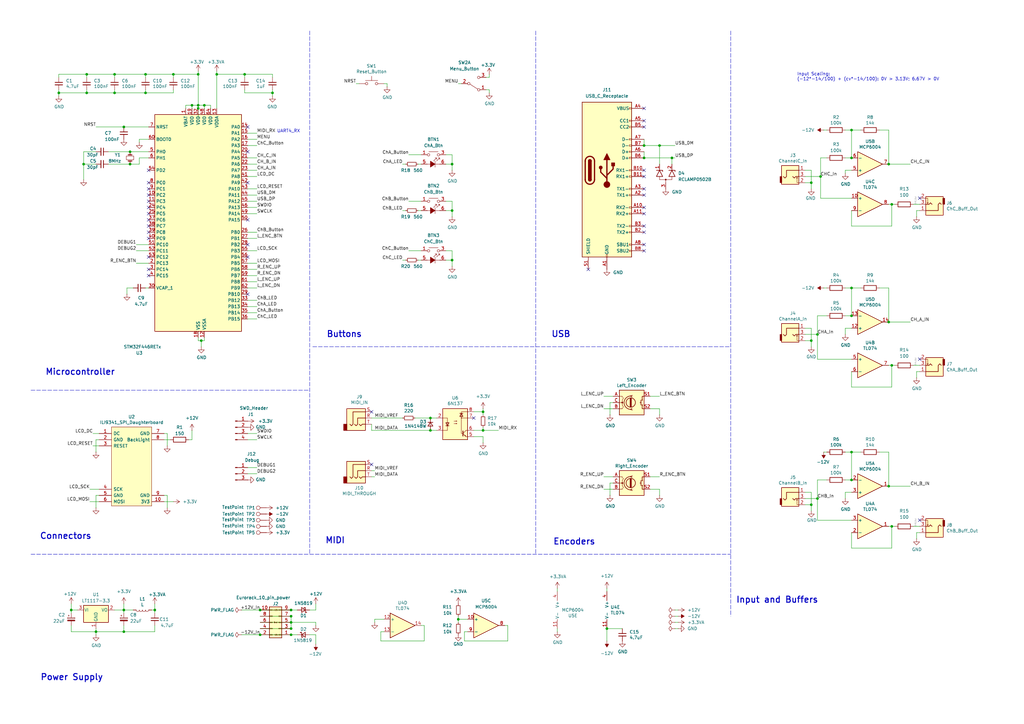
<source format=kicad_sch>
(kicad_sch (version 20231120) (generator "eeschema") (generator_version "8.0")
  (paper "A3")
  (title_block (title "Oscar") (date "2025-04-03") (company "Mountjoy Modular"))
  (junction (at 34.29 67.31))
  (junction (at 50.8 52.07))
  (junction (at 264.16 59.69))
  (junction (at 349.25 64.77))
  (junction (at 365.76 83.82))
  (junction (at 185.42 86.36))
  (junction (at 185.42 67.31))
  (junction (at 364.49 199.39))
  (junction (at 365.76 215.9))
  (junction (at 35.56 30.48))
  (junction (at 71.12 30.48))
  (junction (at 349.25 118.11))
  (junction (at 119.38 257.81))
  (junction (at 198.12 176.53))
  (junction (at 349.25 196.85))
  (junction (at 332.74 139.7))
  (junction (at 349.25 53.34))
  (junction (at 198.12 168.91))
  (junction (at 50.8 259.08))
  (junction (at 59.69 30.48))
  (junction (at 83.82 43.18))
  (junction (at 50.8 250.19))
  (junction (at 24.13 38.1))
  (junction (at 176.53 171.45))
  (junction (at 46.99 30.48))
  (junction (at 106.68 260.35))
  (junction (at 187.96 254))
  (junction (at 111.76 38.1))
  (junction (at 332.74 207.01))
  (junction (at 119.38 260.35))
  (junction (at 335.28 137.16))
  (junction (at 106.68 250.19))
  (junction (at 248.92 257.81))
  (junction (at 264.16 64.77))
  (junction (at 364.49 67.31))
  (junction (at 53.34 67.31))
  (junction (at 81.28 30.48))
  (junction (at 349.25 129.54))
  (junction (at 365.76 149.86))
  (junction (at 82.55 139.7))
  (junction (at 270.51 59.69))
  (junction (at 119.38 250.19))
  (junction (at 35.56 38.1))
  (junction (at 59.69 38.1))
  (junction (at 349.25 185.42))
  (junction (at 29.21 250.19))
  (junction (at 336.55 72.39))
  (junction (at 176.53 176.53))
  (junction (at 39.37 259.08))
  (junction (at 46.99 38.1))
  (junction (at 100.33 30.48))
  (junction (at 364.49 132.08))
  (junction (at 81.28 44.45))
  (junction (at 119.38 252.73))
  (junction (at 88.9 30.48))
  (junction (at 81.28 43.18))
  (junction (at 335.28 204.47))
  (junction (at 332.74 74.93))
  (junction (at 53.34 62.23))
  (junction (at 119.38 255.27))
  (junction (at 78.74 43.18))
  (junction (at 63.5 250.19))
  (junction (at 275.59 64.77))
  (junction (at 185.42 106.68))
  (no_connect (at 60.96 113.03))
  (no_connect (at 264.16 49.53))
  (no_connect (at 264.16 52.07))
  (no_connect (at 194.31 171.45))
  (no_connect (at 377.19 81.28))
  (no_connect (at 101.6 62.23))
  (no_connect (at 101.6 105.41))
  (no_connect (at 60.96 97.79))
  (no_connect (at 60.96 74.93))
  (no_connect (at 101.6 52.07))
  (no_connect (at 60.96 110.49))
  (no_connect (at 377.19 213.36))
  (no_connect (at 241.3 110.49))
  (no_connect (at 264.16 72.39))
  (no_connect (at 101.6 120.65))
  (no_connect (at 264.16 92.71))
  (no_connect (at 152.4 168.91))
  (no_connect (at 264.16 77.47))
  (no_connect (at 264.16 102.87))
  (no_connect (at 60.96 69.85))
  (no_connect (at 264.16 85.09))
  (no_connect (at 60.96 85.09))
  (no_connect (at 60.96 90.17))
  (no_connect (at 60.96 80.01))
  (no_connect (at 377.19 147.32))
  (no_connect (at 60.96 77.47))
  (no_connect (at 264.16 44.45))
  (no_connect (at 101.6 74.93))
  (no_connect (at 60.96 92.71))
  (no_connect (at 264.16 87.63))
  (no_connect (at 264.16 100.33))
  (no_connect (at 60.96 82.55))
  (no_connect (at 101.6 100.33))
  (no_connect (at 264.16 69.85))
  (no_connect (at 60.96 95.25))
  (no_connect (at 60.96 87.63))
  (no_connect (at 264.16 95.25))
  (no_connect (at 152.4 190.5))
  (no_connect (at 60.96 105.41))
  (no_connect (at 264.16 80.01))
  (no_connect (at 101.6 90.17))
  (wire (pts (xy 105.41 125.73) (xy 101.6 125.73)))
  (wire (pts (xy 60.96 64.77) (xy 57.15 64.77)))
  (wire (pts (xy 153.67 255.27) (xy 153.67 254)))
  (wire (pts (xy 101.6 57.15) (xy 105.41 57.15)))
  (wire (pts (xy 50.8 250.19) (xy 54.61 250.19)))
  (wire (pts (xy 250.19 198.12) (xy 251.46 198.12)))
  (wire (pts (xy 158.75 34.29) (xy 157.48 34.29)))
  (wire (pts (xy 365.76 149.86) (xy 367.03 149.86)))
  (wire (pts (xy 171.45 67.31) (xy 172.72 67.31)))
  (wire (pts (xy 377.19 86.36) (xy 375.92 86.36)))
  (wire (pts (xy 86.36 44.45) (xy 86.36 43.18)))
  (wire (pts (xy 50.8 250.19) (xy 50.8 251.46)))
  (wire (pts (xy 57.15 57.15) (xy 57.15 58.42)))
  (wire (pts (xy 106.68 252.73) (xy 119.38 252.73)))
  (wire (pts (xy 337.82 53.34) (xy 339.09 53.34)))
  (wire (pts (xy 332.74 201.93) (xy 332.74 207.01)))
  (wire (pts (xy 173.99 256.54) (xy 173.99 262.89)))
  (wire (pts (xy 24.13 30.48) (xy 24.13 31.75)))
  (wire (pts (xy 106.68 257.81) (xy 119.38 257.81)))
  (wire (pts (xy 101.6 69.85) (xy 105.41 69.85)))
  (wire (pts (xy 100.33 31.75) (xy 100.33 30.48)))
  (wire (pts (xy 78.74 43.18) (xy 78.74 44.45)))
  (wire (pts (xy 55.88 107.95) (xy 60.96 107.95)))
  (wire (pts (xy 182.88 67.31) (xy 185.42 67.31)))
  (wire (pts (xy 330.2 134.62) (xy 332.74 134.62)))
  (wire (pts (xy 365.76 83.82) (xy 367.03 83.82)))
  (wire (pts (xy 105.41 194.31) (xy 101.6 194.31)))
  (wire (pts (xy 99.06 260.35) (xy 106.68 260.35)))
  (wire (pts (xy 50.8 259.08) (xy 63.5 259.08)))
  (wire (pts (xy 185.42 67.31) (xy 185.42 69.85)))
  (wire (pts (xy 353.06 53.34) (xy 349.25 53.34)))
  (wire (pts (xy 248.92 241.3) (xy 248.92 242.57)))
  (wire (pts (xy 53.34 67.31) (xy 57.15 67.31)))
  (wire (pts (xy 264.16 64.77) (xy 275.59 64.77)))
  (wire (pts (xy 40.64 180.34) (xy 39.37 180.34)))
  (wire (pts (xy 82.55 142.24) (xy 82.55 139.7)))
  (wire (pts (xy 101.6 72.39) (xy 105.41 72.39)))
  (wire (pts (xy 62.23 250.19) (xy 63.5 250.19)))
  (wire (pts (xy 360.68 53.34) (xy 364.49 53.34)))
  (wire (pts (xy 78.74 176.53) (xy 78.74 180.34)))
  (wire (pts (xy 346.71 134.62) (xy 346.71 137.16)))
  (wire (pts (xy 119.38 255.27) (xy 119.38 257.81)))
  (wire (pts (xy 330.2 201.93) (xy 332.74 201.93)))
  (wire (pts (xy 55.88 102.87) (xy 60.96 102.87)))
  (wire (pts (xy 191.77 254) (xy 187.96 254)))
  (wire (pts (xy 152.4 171.45) (xy 165.1 171.45)))
  (wire (pts (xy 266.7 195.58) (xy 270.51 195.58)))
  (wire (pts (xy 276.86 257.81) (xy 278.13 257.81)))
  (polyline (pts (xy 299.72 12.7) (xy 299.72 252.73)) (stroke (width 0) (type dash)))
  (wire (pts (xy 375.92 218.44) (xy 375.92 220.98)))
  (wire (pts (xy 364.49 83.82) (xy 365.76 83.82)))
  (wire (pts (xy 250.19 165.1) (xy 251.46 165.1)))
  (wire (pts (xy 374.65 215.9) (xy 377.19 215.9)))
  (wire (pts (xy 153.67 195.58) (xy 152.4 195.58)))
  (wire (pts (xy 250.19 203.2) (xy 250.19 198.12)))
  (wire (pts (xy 29.21 250.19) (xy 29.21 251.46)))
  (wire (pts (xy 119.38 250.19) (xy 121.92 250.19)))
  (wire (pts (xy 46.99 36.83) (xy 46.99 38.1)))
  (wire (pts (xy 365.76 224.79) (xy 365.76 215.9)))
  (wire (pts (xy 81.28 138.43) (xy 81.28 139.7)))
  (wire (pts (xy 46.99 30.48) (xy 59.69 30.48)))
  (wire (pts (xy 255.27 257.81) (xy 248.92 257.81)))
  (polyline (pts (xy 128.27 142.24) (xy 299.72 142.24)) (stroke (width 0) (type dash)))
  (polyline (pts (xy 127 12.7) (xy 127 227.33)) (stroke (width 0) (type dash)))
  (wire (pts (xy 247.65 162.56) (xy 251.46 162.56)))
  (wire (pts (xy 200.66 36.83) (xy 200.66 38.1)))
  (wire (pts (xy 101.6 97.79) (xy 105.41 97.79)))
  (wire (pts (xy 100.33 36.83) (xy 100.33 38.1)))
  (polyline (pts (xy 12.7 160.02) (xy 127 160.02)) (stroke (width 0) (type dash)))
  (wire (pts (xy 35.56 38.1) (xy 46.99 38.1)))
  (wire (pts (xy 373.38 199.39) (xy 364.49 199.39)))
  (wire (pts (xy 373.38 67.31) (xy 364.49 67.31)))
  (wire (pts (xy 330.2 72.39) (xy 336.55 72.39)))
  (wire (pts (xy 374.65 83.82) (xy 377.19 83.82)))
  (wire (pts (xy 266.7 167.64) (xy 270.51 167.64)))
  (wire (pts (xy 111.76 38.1) (xy 100.33 38.1)))
  (wire (pts (xy 153.67 254) (xy 157.48 254)))
  (wire (pts (xy 182.88 86.36) (xy 185.42 86.36)))
  (wire (pts (xy 67.31 203.2) (xy 68.58 203.2)))
  (wire (pts (xy 194.31 179.07) (xy 198.12 179.07)))
  (wire (pts (xy 68.58 177.8) (xy 68.58 182.88)))
  (wire (pts (xy 63.5 256.54) (xy 63.5 259.08)))
  (wire (pts (xy 39.37 259.08) (xy 29.21 259.08)))
  (wire (pts (xy 68.58 203.2) (xy 68.58 208.28)))
  (wire (pts (xy 332.74 74.93) (xy 332.74 69.85)))
  (wire (pts (xy 360.68 185.42) (xy 364.49 185.42)))
  (wire (pts (xy 82.55 139.7) (xy 83.82 139.7)))
  (wire (pts (xy 182.88 82.55) (xy 185.42 82.55)))
  (wire (pts (xy 198.12 167.64) (xy 198.12 168.91)))
  (wire (pts (xy 190.5 259.08) (xy 191.77 259.08)))
  (wire (pts (xy 264.16 59.69) (xy 270.51 59.69)))
  (wire (pts (xy 63.5 250.19) (xy 63.5 251.46)))
  (wire (pts (xy 158.75 34.29) (xy 158.75 35.56)))
  (wire (pts (xy 349.25 86.36) (xy 349.25 92.71)))
  (wire (pts (xy 101.6 85.09) (xy 105.41 85.09)))
  (wire (pts (xy 105.41 115.57) (xy 101.6 115.57)))
  (wire (pts (xy 24.13 38.1) (xy 35.56 38.1)))
  (wire (pts (xy 60.96 57.15) (xy 57.15 57.15)))
  (wire (pts (xy 198.12 168.91) (xy 198.12 170.18)))
  (wire (pts (xy 349.25 158.75) (xy 365.76 158.75)))
  (wire (pts (xy 101.6 113.03) (xy 105.41 113.03)))
  (wire (pts (xy 228.6 257.81) (xy 228.6 259.08)))
  (wire (pts (xy 270.51 59.69) (xy 270.51 67.31)))
  (wire (pts (xy 129.54 260.35) (xy 129.54 264.16)))
  (wire (pts (xy 81.28 43.18) (xy 83.82 43.18)))
  (wire (pts (xy 101.6 67.31) (xy 105.41 67.31)))
  (wire (pts (xy 330.2 207.01) (xy 332.74 207.01)))
  (wire (pts (xy 335.28 196.85) (xy 339.09 196.85)))
  (wire (pts (xy 349.25 118.11) (xy 349.25 129.54)))
  (wire (pts (xy 264.16 62.23) (xy 264.16 64.77)))
  (wire (pts (xy 55.88 100.33) (xy 60.96 100.33)))
  (wire (pts (xy 34.29 62.23) (xy 39.37 62.23)))
  (wire (pts (xy 330.2 204.47) (xy 335.28 204.47)))
  (wire (pts (xy 349.25 152.4) (xy 349.25 158.75)))
  (wire (pts (xy 346.71 185.42) (xy 349.25 185.42)))
  (wire (pts (xy 365.76 215.9) (xy 367.03 215.9)))
  (wire (pts (xy 208.28 256.54) (xy 208.28 262.89)))
  (wire (pts (xy 346.71 129.54) (xy 349.25 129.54)))
  (wire (pts (xy 101.6 64.77) (xy 105.41 64.77)))
  (wire (pts (xy 39.37 52.07) (xy 50.8 52.07)))
  (wire (pts (xy 185.42 82.55) (xy 185.42 86.36)))
  (wire (pts (xy 349.25 134.62) (xy 346.71 134.62)))
  (wire (pts (xy 35.56 30.48) (xy 46.99 30.48)))
  (wire (pts (xy 52.07 118.11) (xy 54.61 118.11)))
  (wire (pts (xy 53.34 62.23) (xy 60.96 62.23)))
  (wire (pts (xy 194.31 176.53) (xy 198.12 176.53)))
  (wire (pts (xy 100.33 30.48) (xy 88.9 30.48)))
  (wire (pts (xy 275.59 64.77) (xy 276.86 64.77)))
  (wire (pts (xy 81.28 29.21) (xy 81.28 30.48)))
  (wire (pts (xy 349.25 53.34) (xy 349.25 64.77)))
  (wire (pts (xy 337.82 118.11) (xy 339.09 118.11)))
  (wire (pts (xy 44.45 67.31) (xy 53.34 67.31)))
  (wire (pts (xy 40.64 177.8) (xy 38.1 177.8)))
  (wire (pts (xy 39.37 259.08) (xy 50.8 259.08)))
  (wire (pts (xy 105.41 80.01) (xy 101.6 80.01)))
  (wire (pts (xy 171.45 86.36) (xy 172.72 86.36)))
  (wire (pts (xy 349.25 218.44) (xy 349.25 224.79)))
  (wire (pts (xy 185.42 106.68) (xy 185.42 109.22)))
  (wire (pts (xy 29.21 247.65) (xy 29.21 250.19)))
  (wire (pts (xy 83.82 43.18) (xy 86.36 43.18)))
  (wire (pts (xy 187.96 34.29) (xy 189.23 34.29)))
  (wire (pts (xy 364.49 149.86) (xy 365.76 149.86)))
  (wire (pts (xy 276.86 255.27) (xy 278.13 255.27)))
  (wire (pts (xy 198.12 176.53) (xy 204.47 176.53)))
  (wire (pts (xy 101.6 107.95) (xy 105.41 107.95)))
  (wire (pts (xy 111.76 30.48) (xy 100.33 30.48)))
  (wire (pts (xy 182.88 106.68) (xy 185.42 106.68)))
  (wire (pts (xy 76.2 44.45) (xy 76.2 43.18)))
  (wire (pts (xy 364.49 118.11) (xy 364.49 132.08)))
  (wire (pts (xy 167.64 82.55) (xy 172.72 82.55)))
  (wire (pts (xy 156.21 259.08) (xy 157.48 259.08)))
  (wire (pts (xy 346.71 201.93) (xy 346.71 204.47)))
  (wire (pts (xy 101.6 77.47) (xy 105.41 77.47)))
  (wire (pts (xy 250.19 170.18) (xy 250.19 165.1)))
  (wire (pts (xy 101.6 110.49) (xy 105.41 110.49)))
  (wire (pts (xy 105.41 123.19) (xy 101.6 123.19)))
  (wire (pts (xy 275.59 64.77) (xy 275.59 67.31)))
  (wire (pts (xy 330.2 69.85) (xy 332.74 69.85)))
  (wire (pts (xy 208.28 262.89) (xy 190.5 262.89)))
  (wire (pts (xy 24.13 30.48) (xy 35.56 30.48)))
  (wire (pts (xy 50.8 256.54) (xy 50.8 259.08)))
  (wire (pts (xy 336.55 81.28) (xy 349.25 81.28)))
  (wire (pts (xy 40.64 200.66) (xy 36.83 200.66)))
  (wire (pts (xy 101.6 87.63) (xy 105.41 87.63)))
  (wire (pts (xy 251.46 200.66) (xy 247.65 200.66)))
  (wire (pts (xy 198.12 175.26) (xy 198.12 176.53)))
  (wire (pts (xy 171.45 106.68) (xy 172.72 106.68)))
  (wire (pts (xy 185.42 86.36) (xy 185.42 88.9)))
  (wire (pts (xy 176.53 171.45) (xy 179.07 171.45)))
  (wire (pts (xy 81.28 43.18) (xy 81.28 30.48)))
  (wire (pts (xy 39.37 257.81) (xy 39.37 259.08)))
  (wire (pts (xy 176.53 176.53) (xy 179.07 176.53)))
  (wire (pts (xy 346.71 118.11) (xy 349.25 118.11)))
  (wire (pts (xy 332.74 74.93) (xy 332.74 77.47)))
  (wire (pts (xy 40.64 203.2) (xy 39.37 203.2)))
  (wire (pts (xy 81.28 48.26) (xy 81.28 44.45)))
  (wire (pts (xy 332.74 139.7) (xy 332.74 142.24)))
  (wire (pts (xy 335.28 137.16) (xy 335.28 147.32)))
  (wire (pts (xy 247.65 195.58) (xy 251.46 195.58)))
  (wire (pts (xy 166.37 106.68) (xy 165.1 106.68)))
  (wire (pts (xy 194.31 168.91) (xy 198.12 168.91)))
  (wire (pts (xy 374.65 149.86) (xy 377.19 149.86)))
  (wire (pts (xy 170.18 171.45) (xy 176.53 171.45)))
  (wire (pts (xy 39.37 260.35) (xy 39.37 259.08)))
  (wire (pts (xy 276.86 250.19) (xy 278.13 250.19)))
  (wire (pts (xy 346.71 196.85) (xy 349.25 196.85)))
  (polyline (pts (xy 12.7 227.33) (xy 299.72 227.33)) (stroke (width 0) (type dash)))
  (wire (pts (xy 52.07 120.65) (xy 52.07 118.11)))
  (wire (pts (xy 39.37 203.2) (xy 39.37 208.28)))
  (wire (pts (xy 248.92 257.81) (xy 248.92 262.89)))
  (wire (pts (xy 71.12 30.48) (xy 81.28 30.48)))
  (wire (pts (xy 185.42 63.5) (xy 185.42 67.31)))
  (wire (pts (xy 349.25 224.79) (xy 365.76 224.79)))
  (wire (pts (xy 190.5 262.89) (xy 190.5 259.08)))
  (wire (pts (xy 76.2 43.18) (xy 78.74 43.18)))
  (wire (pts (xy 81.28 44.45) (xy 81.28 43.18)))
  (wire (pts (xy 106.68 260.35) (xy 119.38 260.35)))
  (wire (pts (xy 336.55 72.39) (xy 336.55 81.28)))
  (wire (pts (xy 106.68 250.19) (xy 119.38 250.19)))
  (wire (pts (xy 377.19 218.44) (xy 375.92 218.44)))
  (wire (pts (xy 173.99 262.89) (xy 156.21 262.89)))
  (wire (pts (xy 71.12 31.75) (xy 71.12 30.48)))
  (wire (pts (xy 332.74 207.01) (xy 332.74 209.55)))
  (wire (pts (xy 46.99 31.75) (xy 46.99 30.48)))
  (wire (pts (xy 78.74 43.18) (xy 81.28 43.18)))
  (wire (pts (xy 251.46 167.64) (xy 247.65 167.64)))
  (wire (pts (xy 335.28 129.54) (xy 339.09 129.54)))
  (wire (pts (xy 156.21 262.89) (xy 156.21 259.08)))
  (wire (pts (xy 270.51 59.69) (xy 276.86 59.69)))
  (wire (pts (xy 153.67 193.04) (xy 152.4 193.04)))
  (wire (pts (xy 129.54 247.65) (xy 129.54 250.19)))
  (wire (pts (xy 377.19 152.4) (xy 375.92 152.4)))
  (wire (pts (xy 330.2 137.16) (xy 335.28 137.16)))
  (wire (pts (xy 105.41 102.87) (xy 101.6 102.87)))
  (wire (pts (xy 99.06 250.19) (xy 106.68 250.19)))
  (wire (pts (xy 152.4 176.53) (xy 176.53 176.53)))
  (wire (pts (xy 59.69 31.75) (xy 59.69 30.48)))
  (wire (pts (xy 353.06 118.11) (xy 349.25 118.11)))
  (wire (pts (xy 119.38 252.73) (xy 119.38 255.27)))
  (wire (pts (xy 83.82 138.43) (xy 83.82 139.7)))
  (wire (pts (xy 50.8 52.07) (xy 60.96 52.07)))
  (wire (pts (xy 349.25 69.85) (xy 346.71 69.85)))
  (wire (pts (xy 167.64 102.87) (xy 172.72 102.87)))
  (wire (pts (xy 44.45 62.23) (xy 53.34 62.23)))
  (wire (pts (xy 111.76 36.83) (xy 111.76 38.1)))
  (wire (pts (xy 228.6 241.3) (xy 228.6 242.57)))
  (wire (pts (xy 266.7 200.66) (xy 270.51 200.66)))
  (wire (pts (xy 78.74 180.34) (xy 77.47 180.34)))
  (wire (pts (xy 111.76 39.37) (xy 111.76 38.1)))
  (wire (pts (xy 200.66 30.48) (xy 200.66 31.75)))
  (wire (pts (xy 187.96 252.73) (xy 187.96 254)))
  (wire (pts (xy 88.9 29.21) (xy 88.9 30.48)))
  (wire (pts (xy 375.92 86.36) (xy 375.92 88.9)))
  (wire (pts (xy 71.12 38.1) (xy 71.12 36.83)))
  (wire (pts (xy 129.54 255.27) (xy 129.54 256.54)))
  (wire (pts (xy 198.12 179.07) (xy 198.12 181.61)))
  (wire (pts (xy 166.37 86.36) (xy 165.1 86.36)))
  (wire (pts (xy 346.71 69.85) (xy 346.71 71.12)))
  (wire (pts (xy 105.41 177.8) (xy 101.6 177.8)))
  (wire (pts (xy 335.28 213.36) (xy 349.25 213.36)))
  (wire (pts (xy 364.49 215.9) (xy 365.76 215.9)))
  (wire (pts (xy 360.68 118.11) (xy 364.49 118.11)))
  (wire (pts (xy 101.6 54.61) (xy 105.41 54.61)))
  (wire (pts (xy 346.71 53.34) (xy 349.25 53.34)))
  (wire (pts (xy 276.86 252.73) (xy 278.13 252.73)))
  (wire (pts (xy 101.6 59.69) (xy 105.41 59.69)))
  (wire (pts (xy 349.25 201.93) (xy 346.71 201.93)))
  (wire (pts (xy 375.92 152.4) (xy 375.92 154.94)))
  (wire (pts (xy 346.71 64.77) (xy 349.25 64.77)))
  (wire (pts (xy 35.56 31.75) (xy 35.56 30.48)))
  (wire (pts (xy 34.29 67.31) (xy 34.29 73.66)))
  (wire (pts (xy 146.05 34.29) (xy 147.32 34.29)))
  (wire (pts (xy 270.51 167.64) (xy 270.51 170.18)))
  (wire (pts (xy 119.38 260.35) (xy 121.92 260.35)))
  (wire (pts (xy 105.41 82.55) (xy 101.6 82.55)))
  (wire (pts (xy 364.49 53.34) (xy 364.49 67.31)))
  (wire (pts (xy 67.31 177.8) (xy 68.58 177.8)))
  (wire (pts (xy 29.21 256.54) (xy 29.21 259.08)))
  (wire (pts (xy 349.25 92.71) (xy 365.76 92.71)))
  (wire (pts (xy 182.88 102.87) (xy 185.42 102.87)))
  (wire (pts (xy 127 250.19) (xy 129.54 250.19)))
  (wire (pts (xy 270.51 200.66) (xy 270.51 203.2)))
  (wire (pts (xy 336.55 64.77) (xy 339.09 64.77)))
  (wire (pts (xy 71.12 205.74) (xy 67.31 205.74)))
  (wire (pts (xy 167.64 63.5) (xy 172.72 63.5)))
  (wire (pts (xy 105.41 191.77) (xy 101.6 191.77)))
  (wire (pts (xy 200.66 31.75) (xy 199.39 31.75)))
  (wire (pts (xy 365.76 92.71) (xy 365.76 83.82)))
  (wire (pts (xy 337.82 185.42) (xy 339.09 185.42)))
  (wire (pts (xy 200.66 36.83) (xy 199.39 36.83)))
  (wire (pts (xy 88.9 30.48) (xy 88.9 44.45)))
  (wire (pts (xy 105.41 128.27) (xy 101.6 128.27)))
  (wire (pts (xy 207.01 256.54) (xy 208.28 256.54)))
  (wire (pts (xy 172.72 256.54) (xy 173.99 256.54)))
  (wire (pts (xy 330.2 74.93) (xy 332.74 74.93)))
  (wire (pts (xy 166.37 67.31) (xy 165.1 67.31)))
  (wire (pts (xy 59.69 36.83) (xy 59.69 38.1)))
  (wire (pts (xy 63.5 247.65) (xy 63.5 250.19)))
  (wire (pts (xy 187.96 254) (xy 187.96 255.27)))
  (wire (pts (xy 105.41 180.34) (xy 101.6 180.34)))
  (wire (pts (xy 185.42 102.87) (xy 185.42 106.68)))
  (polyline (pts (xy 219.71 12.7) (xy 219.71 227.33)) (stroke (width 0) (type dash)))
  (wire (pts (xy 152.4 176.53) (xy 152.4 173.99)))
  (wire (pts (xy 105.41 130.81) (xy 101.6 130.81)))
  (wire (pts (xy 57.15 64.77) (xy 57.15 67.31)))
  (wire (pts (xy 35.56 36.83) (xy 35.56 38.1)))
  (wire (pts (xy 335.28 129.54) (xy 335.28 137.16)))
  (wire (pts (xy 335.28 196.85) (xy 335.28 204.47)))
  (wire (pts (xy 119.38 255.27) (xy 129.54 255.27)))
  (wire (pts (xy 330.2 139.7) (xy 332.74 139.7)))
  (wire (pts (xy 24.13 36.83) (xy 24.13 38.1)))
  (wire (pts (xy 264.16 57.15) (xy 264.16 59.69)))
  (wire (pts (xy 105.41 118.11) (xy 101.6 118.11)))
  (wire (pts (xy 50.8 247.65) (xy 50.8 250.19)))
  (wire (pts (xy 182.88 63.5) (xy 185.42 63.5)))
  (wire (pts (xy 353.06 185.42) (xy 349.25 185.42)))
  (wire (pts (xy 373.38 132.08) (xy 364.49 132.08)))
  (wire (pts (xy 365.76 158.75) (xy 365.76 149.86)))
  (wire (pts (xy 34.29 62.23) (xy 34.29 67.31)))
  (wire (pts (xy 335.28 147.32) (xy 349.25 147.32)))
  (wire (pts (xy 59.69 30.48) (xy 71.12 30.48)))
  (wire (pts (xy 336.55 64.77) (xy 336.55 72.39)))
  (wire (pts (xy 34.29 67.31) (xy 39.37 67.31)))
  (wire (pts (xy 59.69 118.11) (xy 60.96 118.11)))
  (wire (pts (xy 81.28 139.7) (xy 82.55 139.7)))
  (wire (pts (xy 46.99 38.1) (xy 59.69 38.1)))
  (wire (pts (xy 101.6 95.25) (xy 105.41 95.25)))
  (wire (pts (xy 46.99 250.19) (xy 50.8 250.19)))
  (wire (pts (xy 266.7 162.56) (xy 270.51 162.56)))
  (wire (pts (xy 335.28 204.47) (xy 335.28 213.36)))
  (wire (pts (xy 69.85 180.34) (xy 67.31 180.34)))
  (wire (pts (xy 40.64 182.88) (xy 38.1 182.88)))
  (wire (pts (xy 349.25 185.42) (xy 349.25 196.85)))
  (wire (pts (xy 111.76 30.48) (xy 111.76 31.75)))
  (wire (pts (xy 364.49 185.42) (xy 364.49 199.39)))
  (wire (pts (xy 83.82 44.45) (xy 83.82 43.18)))
  (wire (pts (xy 59.69 38.1) (xy 71.12 38.1)))
  (wire (pts (xy 127 260.35) (xy 129.54 260.35)))
  (wire (pts (xy 29.21 250.19) (xy 31.75 250.19)))
  (wire (pts (xy 24.13 39.37) (xy 24.13 38.1)))
  (wire (pts (xy 332.74 134.62) (xy 332.74 139.7)))
  (wire (pts (xy 39.37 180.34) (xy 39.37 185.42)))
  (wire (pts (xy 36.83 205.74) (xy 40.64 205.74)))
  (wire (pts (xy 119.38 255.27) (xy 106.68 255.27)))
  (text "MIDI" (at 133.35 221.742 0) (effects (font (size 2.5 2.5) (thickness 0.4) (bold yes)) (justify left)))
  (text "Buttons" (at 133.858 137.16 0) (effects (font (size 2.5 2.5) (thickness 0.4) (bold yes)) (justify left)))
  (text "Encoders" (at 226.822 222.25 0) (effects (font (size 2.5 2.5) (thickness 0.4) (bold yes)) (justify left)))
  (text "Microcontroller" (at 18.542 152.654 0) (effects (font (size 2.5 2.5) (thickness 0.4) (bold yes)) (justify left)))
  (text "Input Scaling:\n(-12*-14/100) + (cv*-14/100): 0V > 3.13V; 6.67V > 0V\n" (at 326.898 33.274 0) (effects (font (size 1.27 1.27)) (justify left bottom)))
  (text "UART4_RX" (at 118.364 53.848 0) (effects (font (size 1.27 1.27))))
  (text "Input and Buffers" (at 318.77 246.126 0) (effects (font (size 2.5 2.5) (thickness 0.4) (bold yes))))
  (text "Connectors" (at 16.256 219.964 0) (effects (font (size 2.5 2.5) (thickness 0.4) (bold yes)) (justify left)))
  (text "Power Supply" (at 16.51 277.876 0) (effects (font (size 2.5 2.5) (thickness 0.4) (bold yes)) (justify left)))
  (text "USB" (at 226.06 137.16 0) (effects (font (size 2.5 2.5) (thickness 0.4) (bold yes)) (justify left)))
  (label "MIDI_RX" (at 204.47 176.53 0))
  (label "L_ENC_DN" (at 247.65 167.64 180))
  (label "LCD_RESET" (at 105.41 77.47 0))
  (label "MIDI_RX" (at 105.41 54.61 0))
  (label "R_ENC_UP" (at 105.41 110.49 0))
  (label "CH_A_IN" (at 373.38 132.08 0))
  (label "R_ENC_DN" (at 105.41 113.03 0))
  (label "LCD_DC" (at 38.1 177.8 180))
  (label "L_ENC_DN" (at 105.41 118.11 0))
  (label "CH_B_IN" (at 105.41 67.31 0))
  (label "CH_A_IN" (at 105.41 69.85 0))
  (label "-12V_In" (at 106.68 260.35 180))
  (label "LCD_MOSI" (at 105.41 107.95 0))
  (label "CH_C_IN" (at 373.38 67.31 0))
  (label "ChA_LED" (at 165.1 67.31 180))
  (label "ChA_LED" (at 105.41 125.73 0))
  (label "MIDI_VREF" (at 153.67 171.45 0))
  (label "CHA_In" (at 335.28 137.16 0))
  (label "SWDIO" (at 105.41 85.09 0))
  (label "ChB_LED" (at 165.1 86.36 180))
  (label "USB_DP" (at 276.86 64.77 0))
  (label "CHA_Out" (at 375.92 149.86 90) (effects (font (size 0.5 0.5))))
  (label "LCD_MOSI" (at 36.83 205.74 180))
  (label "CHB_Out" (at 375.92 215.9 90) (effects (font (size 0.5 0.5))))
  (label "MIDI_VREF" (at 153.67 193.04 0))
  (label "L_ENC_BTN" (at 105.41 97.79 0))
  (label "R_ENC_DN" (at 247.65 200.66 180))
  (label "+12V_In" (at 106.68 250.19 180))
  (label "MIDI_DATA" (at 153.67 176.53 0))
  (label "CH_C_IN" (at 105.41 64.77 0))
  (label "ChB_Button" (at 105.41 95.25 0))
  (label "R_ENC_BTN" (at 55.88 107.95 180))
  (label "L_ENC_UP" (at 105.41 115.57 0))
  (label "ChC_Button" (at 167.64 102.87 180))
  (label "MIDI_DATA" (at 153.67 195.58 0))
  (label "CHC_In" (at 336.55 72.39 0))
  (label "LCD_RESET" (at 38.1 182.88 180))
  (label "USB_DM" (at 276.86 59.69 0))
  (label "ChC_LED" (at 105.41 130.81 0))
  (label "MENU" (at 187.96 34.29 180))
  (label "DEBUG2" (at 55.88 102.87 180))
  (label "LCD_SCK" (at 36.83 200.66 180))
  (label "NRST" (at 146.05 34.29 180))
  (label "R_ENC_UP" (at 247.65 195.58 180))
  (label "LCD_SCK" (at 105.41 102.87 0))
  (label "L_ENC_BTN" (at 270.51 162.56 0))
  (label "SWCLK" (at 105.41 180.34 0))
  (label "CH_B_IN" (at 373.38 199.39 0))
  (label "SWCLK" (at 105.41 87.63 0))
  (label "USB_DM" (at 105.41 80.01 0))
  (label "DEBUG1" (at 105.41 191.77 0))
  (label "USB_DP" (at 105.41 82.55 0))
  (label "ChC_Button" (at 105.41 59.69 0))
  (label "DEBUG2" (at 105.41 194.31 0))
  (label "NRST" (at 39.37 52.07 180))
  (label "ChB_Button" (at 167.64 82.55 180))
  (label "LCD_DC" (at 105.41 72.39 0))
  (label "L_ENC_UP" (at 247.65 162.56 180))
  (label "R_ENC_BTN" (at 270.51 195.58 0))
  (label "SWDIO" (at 105.41 177.8 0))
  (label "CHC_Out" (at 375.92 83.82 90) (effects (font (size 0.5 0.5))))
  (label "ChC_LED" (at 165.1 106.68 180))
  (label "ChA_Button" (at 167.64 63.5 180))
  (label "ChA_Button" (at 105.41 128.27 0))
  (label "ChB_LED" (at 105.41 123.19 0))
  (label "MENU" (at 105.41 57.15 0))
  (label "DEBUG1" (at 55.88 100.33 180))
  (label "CHB_In" (at 335.28 204.47 0))
  (symbol (lib_id "Device:C_Small") (at 57.15 118.11 270) (unit 1)
    (property "Reference" "C9" (at 57.912 122.174 90))
    (property "Value" "4.7uF" (at 57.912 124.714 90))
    (property "Footprint" "Capacitor_SMD:C_0805_2012Metric" (effects (hide yes)))
    (property "Description" "Unpolarized capacitor, small symbol" (effects (hide yes)))
  )
  (symbol (lib_id "power:GND") (at 57.15 58.42 0) (unit 1)
    (property "Reference" "#PWR010" (effects (hide yes)))
    (property "Value" "GND" (effects (hide yes)))
    (property "Description" "Power symbol creates a global label with name \"GND\" , ground" (effects (hide yes)))
  )
  (symbol (lib_id "Connector:Conn_01x04_Pin") (at 96.52 175.26 0) (unit 1)
    (property "Reference" "J1" (at 102.87 169.926 0))
    (property "Value" "SWD_Header" (at 104.14 167.386 0))
    (property "Footprint" "Custom_Footprints:SWD_header" (effects (hide yes)))
    (property "Description" "Generic connector, single row, 01x04, script generated" (effects (hide yes)))
  )
  (symbol (lib_id "power:GND") (at 101.6 175.26 90) (unit 1)
    (property "Reference" "#PWR020" (effects (hide yes)))
    (property "Value" "GND" (at 104.8512 175.133 90) (effects (justify right)))
    (property "Description" "Power symbol creates a global label with name \"GND\" , ground" (effects (hide yes)))
  )
  (symbol (lib_id "Device:Crystal_Small") (at 53.34 64.77 90) (unit 1)
    (property "Reference" "Y1" (at 46.99 63.5 90) (effects (justify right)))
    (property "Value" "8MHz" (at 44.45 66.04 90) (effects (justify right)))
    (property "Footprint" "Custom_Footprints:Crystal_SMD_5032-2Pin_5.0x3.2mm_Large_Pads" (effects (hide yes)))
    (property "Description" "Two pin crystal, small symbol" (effects (hide yes)))
  )
  (symbol (lib_id "Device:C_Small") (at 41.91 62.23 270) (unit 1)
    (property "Reference" "C4" (at 36.83 60.96 90) (effects (justify left)))
    (property "Value" "30pF" (at 35.56 63.5 90) (effects (justify left)))
    (property "Footprint" "Capacitor_SMD:C_0805_2012Metric" (effects (hide yes)))
    (property "Description" "Unpolarized capacitor, small symbol" (effects (hide yes)))
  )
  (symbol (lib_id "Device:C_Small") (at 41.91 67.31 270) (unit 1)
    (property "Reference" "C5" (at 36.83 66.04 90) (effects (justify left)))
    (property "Value" "30pF" (at 35.56 68.58 90) (effects (justify left)))
    (property "Footprint" "Capacitor_SMD:C_0805_2012Metric" (effects (hide yes)))
    (property "Description" "Unpolarized capacitor, small symbol" (effects (hide yes)))
  )
  (symbol (lib_id "power:GND") (at 34.29 73.66 0) (unit 1)
    (property "Reference" "#PWR03" (effects (hide yes)))
    (property "Value" "GND" (effects (hide yes)))
    (property "Description" "Power symbol creates a global label with name \"GND\" , ground" (effects (hide yes)))
  )
  (symbol (lib_id "power:GND") (at 52.07 120.65 0) (unit 1)
    (property "Reference" "#PWR09" (effects (hide yes)))
    (property "Value" "GND" (effects (hide yes)))
    (property "Description" "Power symbol creates a global label with name \"GND\" , ground" (effects (hide yes)))
  )
  (symbol (lib_id "Device:C_Small") (at 35.56 34.29 0) (unit 1)
    (property "Reference" "C3" (at 38.481 33.1216 0) (effects (justify left)))
    (property "Value" "100nF" (at 38.481 35.433 0) (effects (justify left)))
    (property "Footprint" "Capacitor_SMD:C_0805_2012Metric" (effects (hide yes)))
    (property "Description" "Unpolarized capacitor, small symbol" (effects (hide yes)))
  )
  (symbol (lib_id "Device:C_Small") (at 46.99 34.29 0) (unit 1)
    (property "Reference" "C6" (at 49.911 33.1216 0) (effects (justify left)))
    (property "Value" "100nF" (at 49.911 35.433 0) (effects (justify left)))
    (property "Footprint" "Capacitor_SMD:C_0805_2012Metric" (effects (hide yes)))
    (property "Description" "Unpolarized capacitor, small symbol" (effects (hide yes)))
  )
  (symbol (lib_id "Device:C_Small") (at 59.69 34.29 0) (unit 1)
    (property "Reference" "C10" (at 62.611 33.1216 0) (effects (justify left)))
    (property "Value" "100nF" (at 62.611 35.433 0) (effects (justify left)))
    (property "Footprint" "Capacitor_SMD:C_0805_2012Metric" (effects (hide yes)))
    (property "Description" "Unpolarized capacitor, small symbol" (effects (hide yes)))
  )
  (symbol (lib_id "Device:C_Small") (at 71.12 34.29 0) (unit 1)
    (property "Reference" "C12" (at 74.041 33.1216 0) (effects (justify left)))
    (property "Value" "100nF" (at 74.041 35.433 0) (effects (justify left)))
    (property "Footprint" "Capacitor_SMD:C_0805_2012Metric" (effects (hide yes)))
    (property "Description" "Unpolarized capacitor, small symbol" (effects (hide yes)))
  )
  (symbol (lib_id "power:PWR_FLAG") (at 276.86 257.81 90) (unit 1)
    (property "Reference" "#FLG06" (effects (hide yes)))
    (property "Value" "PWR_FLAG" (effects (hide yes)))
    (property "Description" "Special symbol for telling ERC where power comes from" (effects (hide yes)))
  )
  (symbol (lib_id "power:GND") (at 278.13 257.81 90) (unit 1)
    (property "Reference" "#PWR056" (effects (hide yes)))
    (property "Value" "GND" (at 281.94 257.8099 90) (effects (justify right)))
    (property "Description" "Power symbol creates a global label with name \"GND\" , ground" (effects (hide yes)))
  )
  (symbol (lib_id "Amplifier_Operational:MCP6004") (at 356.87 67.31 0) (mirror x) (unit 2)
    (property "Reference" "U5" (at 356.87 57.9882 0))
    (property "Value" "MCP6004" (at 356.87 60.2996 0))
    (property "Footprint" "Package_SO:SOIC-14_3.9x8.7mm_P1.27mm" (effects (hide yes)))
    (property "Datasheet" "http://ww1.microchip.com/downloads/en/DeviceDoc/21733j.pdf" (effects (hide yes)))
    (property "Description" "1MHz, Low-Power Op Amp, DIP-14/SOIC-14/TSSOP-14" (effects (hide yes)))
  )
  (symbol (lib_id "Device:R") (at 356.87 53.34 270) (unit 1)
    (property "Reference" "R8" (at 356.87 48.0822 90))
    (property "Value" "14k" (at 356.87 50.3936 90))
    (property "Footprint" "Resistor_SMD:R_0805_2012Metric" (effects (hide yes)))
    (property "Description" "Resistor" (effects (hide yes)))
  )
  (symbol (lib_id "Device:R") (at 342.9 53.34 270) (unit 1)
    (property "Reference" "R2" (at 342.9 48.0822 90))
    (property "Value" "100k" (at 342.9 50.3936 90))
    (property "Footprint" "Resistor_SMD:R_0805_2012Metric" (effects (hide yes)))
    (property "Description" "Resistor" (effects (hide yes)))
  )
  (symbol (lib_id "Device:R") (at 342.9 64.77 270) (unit 1)
    (property "Reference" "R3" (at 342.9 59.182 90))
    (property "Value" "100k" (at 342.9 61.722 90))
    (property "Footprint" "Resistor_SMD:R_0805_2012Metric" (effects (hide yes)))
    (property "Description" "Resistor" (effects (hide yes)))
  )
  (symbol (lib_id "power:GND") (at 346.71 71.12 0) (unit 1)
    (property "Reference" "#PWR038" (effects (hide yes)))
    (property "Value" "GND" (at 346.837 75.5142 0))
    (property "Description" "Power symbol creates a global label with name \"GND\" , ground" (effects (hide yes)))
  )
  (symbol (lib_id "Amplifier_Operational:MCP6004") (at 356.87 132.08 0) (mirror x) (unit 4)
    (property "Reference" "U5" (at 356.87 122.7582 0))
    (property "Value" "MCP6004" (at 356.87 125.0696 0))
    (property "Footprint" "Package_SO:SOIC-14_3.9x8.7mm_P1.27mm" (effects (hide yes)))
    (property "Datasheet" "http://ww1.microchip.com/downloads/en/DeviceDoc/21733j.pdf" (effects (hide yes)))
    (property "Description" "1MHz, Low-Power Op Amp, DIP-14/SOIC-14/TSSOP-14" (effects (hide yes)))
  )
  (symbol (lib_id "Device:R") (at 356.87 118.11 270) (unit 1)
    (property "Reference" "R9" (at 356.87 112.8522 90))
    (property "Value" "14k" (at 356.87 115.1636 90))
    (property "Footprint" "Resistor_SMD:R_0805_2012Metric" (effects (hide yes)))
    (property "Description" "Resistor" (effects (hide yes)))
  )
  (symbol (lib_id "Device:R") (at 342.9 118.11 270) (unit 1)
    (property "Reference" "R4" (at 342.9 112.8522 90))
    (property "Value" "100k" (at 342.9 115.1636 90))
    (property "Footprint" "Resistor_SMD:R_0805_2012Metric" (effects (hide yes)))
    (property "Description" "Resistor" (effects (hide yes)))
  )
  (symbol (lib_id "Device:R") (at 342.9 129.54 270) (unit 1)
    (property "Reference" "R5" (at 342.9 124.2822 90))
    (property "Value" "100k" (at 342.9 126.5936 90))
    (property "Footprint" "Resistor_SMD:R_0805_2012Metric" (effects (hide yes)))
    (property "Description" "Resistor" (effects (hide yes)))
  )
  (symbol (lib_id "power:GND") (at 346.71 137.16 0) (unit 1)
    (property "Reference" "#PWR039" (effects (hide yes)))
    (property "Value" "GND" (at 346.837 141.5542 0))
    (property "Description" "Power symbol creates a global label with name \"GND\" , ground" (effects (hide yes)))
  )
  (symbol (lib_id "Device:L") (at 58.42 250.19 270) (unit 1)
    (property "Reference" "L1" (at 58.42 245.6688 90))
    (property "Value" "L" (at 58.42 247.9802 90))
    (property "Footprint" "Resistor_SMD:R_0805_2012Metric" (effects (hide yes)))
    (property "Description" "Inductor" (effects (hide yes)))
  )
  (symbol (lib_id "power:+3.3VA") (at 63.5 247.65 0) (unit 1)
    (property "Reference" "#PWR011" (effects (hide yes)))
    (property "Value" "+3.3VA" (at 60.96 243.84 0) (effects (justify left)))
    (property "Description" "Power symbol creates a global label with name \"+3.3VA\"" (effects (hide yes)))
  )
  (symbol (lib_id "Amplifier_Operational:MCP6004") (at 356.87 199.39 0) (mirror x) (unit 1)
    (property "Reference" "U5" (at 356.87 190.0682 0))
    (property "Value" "MCP6004" (at 356.87 192.3796 0))
    (property "Footprint" "Package_SO:SOIC-14_3.9x8.7mm_P1.27mm" (effects (hide yes)))
    (property "Datasheet" "http://ww1.microchip.com/downloads/en/DeviceDoc/21733j.pdf" (effects (hide yes)))
    (property "Description" "1MHz, Low-Power Op Amp, DIP-14/SOIC-14/TSSOP-14" (effects (hide yes)))
  )
  (symbol (lib_id "Device:R") (at 356.87 185.42 270) (unit 1)
    (property "Reference" "R10" (at 356.87 180.1622 90))
    (property "Value" "14k" (at 356.87 182.4736 90))
    (property "Footprint" "Resistor_SMD:R_0805_2012Metric" (effects (hide yes)))
    (property "Description" "Resistor" (effects (hide yes)))
  )
  (symbol (lib_id "Device:R") (at 342.9 185.42 270) (unit 1)
    (property "Reference" "R6" (at 342.9 180.1622 90))
    (property "Value" "100k" (at 342.9 182.4736 90))
    (property "Footprint" "Resistor_SMD:R_0805_2012Metric" (effects (hide yes)))
    (property "Description" "Resistor" (effects (hide yes)))
  )
  (symbol (lib_id "Device:R") (at 342.9 196.85 270) (unit 1)
    (property "Reference" "R7" (at 342.9 191.5922 90))
    (property "Value" "100k" (at 342.9 193.9036 90))
    (property "Footprint" "Resistor_SMD:R_0805_2012Metric" (effects (hide yes)))
    (property "Description" "Resistor" (effects (hide yes)))
  )
  (symbol (lib_id "power:GND") (at 346.71 204.47 0) (unit 1)
    (property "Reference" "#PWR040" (effects (hide yes)))
    (property "Value" "GND" (at 346.837 208.8642 0))
    (property "Description" "Power symbol creates a global label with name \"GND\" , ground" (effects (hide yes)))
  )
  (symbol (lib_id "thonkiconn:AudioJack2_Ground_Switch") (at 325.12 137.16 0) (unit 1)
    (property "Reference" "J4" (at 325.2216 128.4732 0))
    (property "Value" "ChannelA_In" (at 325.2216 130.7846 0))
    (property "Footprint" "Custom_Footprints:THONKICONN_hole" (effects (hide yes)))
    (property "Description" "Audio Jack, 2 Poles (Mono / TS), Switched Pole (Normalling)" (effects (hide yes)))
  )
  (symbol (lib_id "power:GND") (at 332.74 77.47 0) (unit 1)
    (property "Reference" "#PWR032" (effects (hide yes)))
    (property "Value" "GND" (at 334.518 81.28 0) (effects (justify right)))
    (property "Description" "Power symbol creates a global label with name \"GND\" , ground" (effects (hide yes)))
  )
  (symbol (lib_id "Device:R") (at 370.84 83.82 270) (unit 1)
    (property "Reference" "R13" (at 370.84 77.47 90))
    (property "Value" "100" (at 370.84 80.01 90))
    (property "Footprint" "Resistor_SMD:R_0805_2012Metric" (effects (hide yes)))
    (property "Description" "Resistor" (effects (hide yes)))
  )
  (symbol (lib_id "power:+3.3VA") (at 228.6 241.3 0) (unit 1)
    (property "Reference" "#PWR046" (effects (hide yes)))
    (property "Value" "+3.3VA" (at 225.298 236.474 0) (effects (justify left)))
    (property "Description" "Power symbol creates a global label with name \"+3.3VA\"" (effects (hide yes)))
  )
  (symbol (lib_id "power:GND") (at 228.6 259.08 0) (unit 1)
    (property "Reference" "#PWR047" (effects (hide yes)))
    (property "Value" "GND" (at 228.727 263.4742 0))
    (property "Description" "Power symbol creates a global label with name \"GND\" , ground" (effects (hide yes)))
  )
  (symbol (lib_id "power:+3.3VA") (at 88.9 29.21 0) (unit 1)
    (property "Reference" "#PWR018" (effects (hide yes)))
    (property "Value" "+3.3VA" (at 85.09 25.4 0) (effects (justify left)))
    (property "Description" "Power symbol creates a global label with name \"+3.3VA\"" (effects (hide yes)))
  )
  (symbol (lib_id "thonkiconn:AudioJack2_Ground_Switch") (at 325.12 204.47 0) (unit 1)
    (property "Reference" "J5" (at 325.2216 195.7832 0))
    (property "Value" "ChannelB_In" (at 325.2216 198.0946 0))
    (property "Footprint" "Custom_Footprints:THONKICONN_hole" (effects (hide yes)))
    (property "Description" "Audio Jack, 2 Poles (Mono / TS), Switched Pole (Normalling)" (effects (hide yes)))
  )
  (symbol (lib_id "power:GND") (at 332.74 142.24 0) (unit 1)
    (property "Reference" "#PWR033" (effects (hide yes)))
    (property "Value" "GND" (at 332.74 146.304 0))
    (property "Description" "Power symbol creates a global label with name \"GND\" , ground" (effects (hide yes)))
  )
  (symbol (lib_id "thonkiconn:AudioJack2_Ground_Switch") (at 325.12 72.39 0) (unit 1)
    (property "Reference" "J3" (at 325.2216 63.7032 0))
    (property "Value" "ChannelC_In" (at 325.2216 66.0146 0))
    (property "Footprint" "Custom_Footprints:THONKICONN_hole" (effects (hide yes)))
    (property "Description" "Audio Jack, 2 Poles (Mono / TS), Switched Pole (Normalling)" (effects (hide yes)))
  )
  (symbol (lib_id "power:GND") (at 332.74 209.55 0) (unit 1)
    (property "Reference" "#PWR034" (effects (hide yes)))
    (property "Value" "GND" (at 332.994 213.36 0))
    (property "Description" "Power symbol creates a global label with name \"GND\" , ground" (effects (hide yes)))
  )
  (symbol (lib_id "power:PWR_FLAG") (at 276.86 255.27 90) (unit 1)
    (property "Reference" "#FLG05" (effects (hide yes)))
    (property "Value" "PWR_FLAG" (effects (hide yes)))
    (property "Description" "Special symbol for telling ERC where power comes from" (effects (hide yes)))
  )
  (symbol (lib_id "power:+3.3VA") (at 278.13 255.27 270) (unit 1)
    (property "Reference" "#PWR055" (effects (hide yes)))
    (property "Value" "+3.3VA" (at 281.94 255.2699 90) (effects (justify left)))
    (property "Description" "Power symbol creates a global label with name \"+3.3VA\"" (effects (hide yes)))
  )
  (symbol (lib_id "thonkiconn:AudioJack2_Ground_Switch") (at 382.27 149.86 180) (unit 1)
    (property "Reference" "J7" (at 388.1882 149.3266 0) (effects (justify right)))
    (property "Value" "ChA_Buff_Out" (at 388.1882 151.638 0) (effects (justify right)))
    (property "Footprint" "Custom_Footprints:THONKICONN_hole" (effects (hide yes)))
    (property "Description" "Audio Jack, 2 Poles (Mono / TS), Switched Pole (Normalling)" (effects (hide yes)))
  )
  (symbol (lib_id "power:GND") (at 375.92 88.9 0) (unit 1)
    (property "Reference" "#PWR043" (effects (hide yes)))
    (property "Value" "GND" (at 376.047 93.2942 0))
    (property "Description" "Power symbol creates a global label with name \"GND\" , ground" (effects (hide yes)))
  )
  (symbol (lib_id "Amplifier_Operational:TL074") (at 356.87 83.82 0) (unit 3)
    (property "Reference" "U4" (at 356.87 74.4982 0))
    (property "Value" "TL074" (at 356.87 76.8096 0))
    (property "Footprint" "Package_SO:SOIC-14_3.9x8.7mm_P1.27mm" (effects (hide yes)))
    (property "Datasheet" "http://www.ti.com/lit/ds/symlink/tl071.pdf" (effects (hide yes)))
    (property "Description" "Quad Low-Noise JFET-Input Operational Amplifiers, DIP-14/SOIC-14" (effects (hide yes)))
  )
  (symbol (lib_id "Amplifier_Operational:TL074") (at 356.87 149.86 0) (unit 2)
    (property "Reference" "U4" (at 356.87 140.5382 0))
    (property "Value" "TL074" (at 356.87 142.8496 0))
    (property "Footprint" "Package_SO:SOIC-14_3.9x8.7mm_P1.27mm" (effects (hide yes)))
    (property "Datasheet" "http://www.ti.com/lit/ds/symlink/tl071.pdf" (effects (hide yes)))
    (property "Description" "Quad Low-Noise JFET-Input Operational Amplifiers, DIP-14/SOIC-14" (effects (hide yes)))
  )
  (symbol (lib_id "Amplifier_Operational:TL074") (at 356.87 215.9 0) (unit 1)
    (property "Reference" "U4" (at 356.87 206.5782 0))
    (property "Value" "TL074" (at 356.87 208.8896 0))
    (property "Footprint" "Package_SO:SOIC-14_3.9x8.7mm_P1.27mm" (effects (hide yes)))
    (property "Datasheet" "http://www.ti.com/lit/ds/symlink/tl071.pdf" (effects (hide yes)))
    (property "Description" "Quad Low-Noise JFET-Input Operational Amplifiers, DIP-14/SOIC-14" (effects (hide yes)))
  )
  (symbol (lib_id "Amplifier_Operational:TL074") (at 165.1 256.54 0) (unit 4)
    (property "Reference" "U4" (at 165.1 247.2182 0))
    (property "Value" "TL074" (at 165.1 249.5296 0))
    (property "Footprint" "Package_SO:SOIC-14_3.9x8.7mm_P1.27mm" (effects (hide yes)))
    (property "Datasheet" "http://www.ti.com/lit/ds/symlink/tl071.pdf" (effects (hide yes)))
    (property "Description" "Quad Low-Noise JFET-Input Operational Amplifiers, DIP-14/SOIC-14" (effects (hide yes)))
  )
  (symbol (lib_id "power:GND") (at 153.67 255.27 0) (unit 1)
    (property "Reference" "#PWR031" (effects (hide yes)))
    (property "Value" "GND" (effects (hide yes)))
    (property "Description" "Power symbol creates a global label with name \"GND\" , ground" (effects (hide yes)))
  )
  (symbol (lib_id "Amplifier_Operational:TL074") (at 251.46 250.19 0) (unit 5)
    (property "Reference" "U4" (at 250.3932 249.0216 0) (effects (justify left)))
    (property "Value" "TL074" (at 250.3932 251.333 0) (effects (justify left)))
    (property "Footprint" "Package_SO:SOIC-14_3.9x8.7mm_P1.27mm" (effects (hide yes)))
    (property "Datasheet" "http://www.ti.com/lit/ds/symlink/tl071.pdf" (effects (hide yes)))
    (property "Description" "Quad Low-Noise JFET-Input Operational Amplifiers, DIP-14/SOIC-14" (effects (hide yes)))
  )
  (symbol (lib_id "MCU_ST_STM32F4:STM32F446RETx") (at 81.28 92.71 0) (unit 1)
    (property "Reference" "U3" (at 57.15 144.78 0))
    (property "Value" "STM32F446RETx" (at 58.42 142.24 0))
    (property "Footprint" "Package_QFP:LQFP-64_10x10mm_P0.5mm" (effects (hide yes)))
    (property "Datasheet" "https://www.st.com/resource/en/datasheet/stm32f446re.pdf" (effects (hide yes)))
    (property "Description" "STMicroelectronics Arm Cortex-M4 MCU, 512KB flash, 128KB RAM, 180 MHz, 1.8-3.6V, 50 GPIO, LQFP64" (effects (hide yes)))
  )
  (symbol (lib_id "Switch:SW_Push") (at 152.4 34.29 0) (unit 1)
    (property "Reference" "SW1" (at 152.4 27.051 0))
    (property "Value" "Reset_Button" (at 152.4 29.3624 0))
    (property "Footprint" "Custom_Footprints:SW_PUSH_6mm_aligned" (effects (hide yes)))
    (property "Description" "Push button switch, generic, two pins" (effects (hide yes)))
  )
  (symbol (lib_id "power:GND") (at 375.92 154.94 0) (unit 1)
    (property "Reference" "#PWR044" (effects (hide yes)))
    (property "Value" "GND" (at 376.047 159.3342 0))
    (property "Description" "Power symbol creates a global label with name \"GND\" , ground" (effects (hide yes)))
  )
  (symbol (lib_id "Device:R") (at 370.84 149.86 270) (unit 1)
    (property "Reference" "R14" (at 370.84 143.51 90))
    (property "Value" "100" (at 370.84 146.05 90))
    (property "Footprint" "Resistor_SMD:R_0805_2012Metric" (effects (hide yes)))
    (property "Description" "Resistor" (effects (hide yes)))
  )
  (symbol (lib_id "thonkiconn:AudioJack2_Ground_Switch") (at 382.27 215.9 180) (unit 1)
    (property "Reference" "J8" (at 388.1882 215.3666 0) (effects (justify right)))
    (property "Value" "ChB_Buff_Out" (at 388.1882 217.678 0) (effects (justify right)))
    (property "Footprint" "Custom_Footprints:THONKICONN_hole" (effects (hide yes)))
    (property "Description" "Audio Jack, 2 Poles (Mono / TS), Switched Pole (Normalling)" (effects (hide yes)))
  )
  (symbol (lib_id "power:GND") (at 250.19 203.2 0) (unit 1)
    (property "Reference" "#PWR052" (effects (hide yes)))
    (property "Value" "GND" (at 250.317 207.5942 0))
    (property "Description" "Power symbol creates a global label with name \"GND\" , ground" (effects (hide yes)))
  )
  (symbol (lib_id "power:GND") (at 270.51 203.2 0) (unit 1)
    (property "Reference" "#PWR060" (effects (hide yes)))
    (property "Value" "GND" (at 270.637 207.5942 0))
    (property "Description" "Power symbol creates a global label with name \"GND\" , ground" (effects (hide yes)))
  )
  (symbol (lib_id "power:GND") (at 250.19 170.18 0) (unit 1)
    (property "Reference" "#PWR051" (effects (hide yes)))
    (property "Value" "GND" (at 250.317 174.5742 0))
    (property "Description" "Power symbol creates a global label with name \"GND\" , ground" (effects (hide yes)))
  )
  (symbol (lib_id "power:GND") (at 270.51 170.18 0) (unit 1)
    (property "Reference" "#PWR059" (effects (hide yes)))
    (property "Value" "GND" (at 270.637 174.5742 0))
    (property "Description" "Power symbol creates a global label with name \"GND\" , ground" (effects (hide yes)))
  )
  (symbol (lib_id "power:+12V") (at 278.13 250.19 270) (unit 1)
    (property "Reference" "#PWR053" (effects (hide yes)))
    (property "Value" "+12V" (at 281.94 250.1899 90) (effects (justify left)))
    (property "Description" "Power symbol creates a global label with name \"+12V\"" (effects (hide yes)))
  )
  (symbol (lib_id "power:PWR_FLAG") (at 276.86 250.19 90) (unit 1)
    (property "Reference" "#FLG03" (effects (hide yes)))
    (property "Value" "PWR_FLAG" (effects (hide yes)))
    (property "Description" "Special symbol for telling ERC where power comes from" (effects (hide yes)))
  )
  (symbol (lib_id "power:GND") (at 375.92 220.98 0) (unit 1)
    (property "Reference" "#PWR045" (effects (hide yes)))
    (property "Value" "GND" (at 376.047 225.3742 0))
    (property "Description" "Power symbol creates a global label with name \"GND\" , ground" (effects (hide yes)))
  )
  (symbol (lib_id "Device:R") (at 370.84 215.9 270) (unit 1)
    (property "Reference" "R15" (at 370.84 209.55 90))
    (property "Value" "100" (at 370.84 212.09 90))
    (property "Footprint" "Resistor_SMD:R_0805_2012Metric" (effects (hide yes)))
    (property "Description" "Resistor" (effects (hide yes)))
  )
  (symbol (lib_id "thonkiconn:AudioJack2_Ground_Switch") (at 382.27 83.82 180) (unit 1)
    (property "Reference" "J6" (at 388.1882 83.2866 0) (effects (justify right)))
    (property "Value" "ChC_Buff_Out" (at 388.1882 85.598 0) (effects (justify right)))
    (property "Footprint" "Custom_Footprints:THONKICONN_hole" (effects (hide yes)))
    (property "Description" "Audio Jack, 2 Poles (Mono / TS), Switched Pole (Normalling)" (effects (hide yes)))
  )
  (symbol (lib_id "power:-12V") (at 278.13 252.73 270) (unit 1)
    (property "Reference" "#PWR054" (effects (hide yes)))
    (property "Value" "-12V" (at 281.94 252.7299 90) (effects (justify left)))
    (property "Description" "Power symbol creates a global label with name \"-12V\"" (effects (hide yes)))
  )
  (symbol (lib_id "power:PWR_FLAG") (at 276.86 252.73 90) (unit 1)
    (property "Reference" "#FLG04" (effects (hide yes)))
    (property "Value" "PWR_FLAG" (effects (hide yes)))
    (property "Description" "Special symbol for telling ERC where power comes from" (effects (hide yes)))
  )
  (symbol (lib_id "Device:C_Small") (at 63.5 254 0) (unit 1)
    (property "Reference" "C11" (at 67.31 254 0))
    (property "Value" "4.7uF" (at 68.58 256.54 0))
    (property "Footprint" "Capacitor_SMD:C_0805_2012Metric" (effects (hide yes)))
    (property "Description" "Unpolarized capacitor, small symbol" (effects (hide yes)))
  )
  (symbol (lib_id "power:GND") (at 39.37 260.35 0) (unit 1)
    (property "Reference" "#PWR06" (effects (hide yes)))
    (property "Value" "GND" (at 39.497 264.7442 0))
    (property "Description" "Power symbol creates a global label with name \"GND\" , ground" (effects (hide yes)))
  )
  (symbol (lib_id "Device:R") (at 73.66 180.34 270) (mirror x) (unit 1)
    (property "Reference" "R1" (at 73.66 175.26 90))
    (property "Value" "150" (at 73.66 177.8 90))
    (property "Footprint" "Resistor_SMD:R_0805_2012Metric" (effects (hide yes)))
    (property "Description" "Resistor" (effects (hide yes)))
  )
  (symbol (lib_id "power:GND") (at 158.75 35.56 0) (unit 1)
    (property "Reference" "#PWR057" (effects (hide yes)))
    (property "Value" "GND" (at 158.877 39.9542 0))
    (property "Description" "Power symbol creates a global label with name \"GND\" , ground" (effects (hide yes)))
  )
  (symbol (lib_id "power:GND") (at 68.58 182.88 0) (unit 1)
    (property "Reference" "#PWR012" (effects (hide yes)))
    (property "Value" "GND" (effects (hide yes)))
    (property "Description" "Power symbol creates a global label with name \"GND\" , ground" (effects (hide yes)))
  )
  (symbol (lib_id "power:GND") (at 68.58 208.28 0) (unit 1)
    (property "Reference" "#PWR013" (effects (hide yes)))
    (property "Value" "GND" (effects (hide yes)))
    (property "Description" "Power symbol creates a global label with name \"GND\" , ground" (effects (hide yes)))
  )
  (symbol (lib_id "ili9341_spi:ILI9341_SPI_Daughterboard_v2") (at 40.64 177.8 0) (unit 1)
    (property "Reference" "U2" (at 53.975 170.942 0))
    (property "Value" "ILI9341_SPI_Daughterboard" (at 53.975 173.2534 0))
    (property "Footprint" "Custom_Footprints:ILI9341_SPI_daughterboard_v2" (effects (hide yes)))
    (property "Datasheet" "http://pan.baidu.com/s/11Y990" (effects (hide yes)))
    (property "Description" "ILI9341 breakout" (effects (hide yes)))
  )
  (symbol (lib_id "Device:RotaryEncoder_Switch") (at 259.08 165.1 0) (unit 1)
    (property "Reference" "SW3" (at 259.08 155.7782 0))
    (property "Value" "Left_Encoder" (at 259.08 158.0896 0))
    (property "Footprint" "Custom_Footprints:Encoder" (effects (hide yes)))
    (property "Description" "Rotary encoder, dual channel, incremental quadrate outputs, with switch" (effects (hide yes)))
  )
  (symbol (lib_id "Device:RotaryEncoder_Switch") (at 259.08 198.12 0) (unit 1)
    (property "Reference" "SW4" (at 259.08 188.7982 0))
    (property "Value" "Right_Encoder" (at 259.08 191.1096 0))
    (property "Footprint" "Custom_Footprints:Encoder" (effects (hide yes)))
    (property "Description" "Rotary encoder, dual channel, incremental quadrate outputs, with switch" (effects (hide yes)))
  )
  (symbol (lib_id "power:+3.3V") (at 81.28 29.21 0) (unit 1)
    (property "Reference" "#PWR016" (effects (hide yes)))
    (property "Value" "+3.3V" (at 80.772 25.4 0))
    (property "Description" "Power symbol creates a global label with name \"+3.3V\"" (effects (hide yes)))
  )
  (symbol (lib_id "power:GND") (at 39.37 185.42 0) (mirror y) (unit 1)
    (property "Reference" "#PWR04" (effects (hide yes)))
    (property "Value" "GND" (effects (hide yes)))
    (property "Description" "Power symbol creates a global label with name \"GND\" , ground" (effects (hide yes)))
  )
  (symbol (lib_id "power:GND") (at 50.8 57.15 0) (unit 1)
    (property "Reference" "#PWR07" (effects (hide yes)))
    (property "Value" "GND" (effects (hide yes)))
    (property "Description" "Power symbol creates a global label with name \"GND\" , ground" (effects (hide yes)))
  )
  (symbol (lib_id "power:GND") (at 39.37 208.28 0) (mirror y) (unit 1)
    (property "Reference" "#PWR05" (effects (hide yes)))
    (property "Value" "GND" (effects (hide yes)))
    (property "Description" "Power symbol creates a global label with name \"GND\" , ground" (effects (hide yes)))
  )
  (symbol (lib_id "Connector:Conn_01x03_Pin") (at 96.52 194.31 0) (unit 1)
    (property "Reference" "J12" (at 103.124 186.182 0))
    (property "Value" "Debug" (at 103.378 188.722 0))
    (property "Footprint" "Connector_PinHeader_2.54mm:PinHeader_1x03_P2.54mm_Vertical" (effects (hide yes)))
    (property "Description" "Generic connector, single row, 01x03, script generated" (effects (hide yes)))
  )
  (symbol (lib_id "Amplifier_Operational:MCP6004") (at 226.06 250.19 0) (mirror y) (unit 5)
    (property "Reference" "U5" (at 234.95 252.5014 0))
    (property "Value" "MCP6004" (at 234.95 250.19 0))
    (property "Footprint" "Package_SO:SOIC-14_3.9x8.7mm_P1.27mm" (effects (hide yes)))
    (property "Datasheet" "http://ww1.microchip.com/downloads/en/DeviceDoc/21733j.pdf" (effects (hide yes)))
    (property "Description" "1MHz, Low-Power Op Amp, DIP-14/SOIC-14/TSSOP-14" (effects (hide yes)))
  )
  (symbol (lib_id "Device:D_Small") (at 176.53 173.99 270) (unit 1)
    (property "Reference" "D3" (at 172.212 172.974 90) (effects (justify left)))
    (property "Value" "1N4148W" (at 165.862 174.752 90) (effects (justify left)))
    (property "Footprint" "Diode_SMD:D_SOD-123" (effects (hide yes)))
    (property "Description" "Diode, small symbol" (effects (hide yes)))
    (property "Sim.Device" "D" (effects (hide yes)))
    (property "Sim.Pins" "1=K 2=A" (effects (hide yes)))
  )
  (symbol (lib_id "power:+3.3V") (at 71.12 205.74 270) (unit 1)
    (property "Reference" "#PWR014" (effects (hide yes)))
    (property "Value" "+3.3V" (at 74.93 205.7399 90) (effects (justify left)))
    (property "Description" "Power symbol creates a global label with name \"+3.3V\"" (effects (hide yes)))
  )
  (symbol (lib_id "power:+12V") (at 29.21 247.65 0) (unit 1)
    (property "Reference" "#PWR02" (effects (hide yes)))
    (property "Value" "+12V" (at 28.702 243.586 0))
    (property "Description" "Power symbol creates a global label with name \"+12V\"" (effects (hide yes)))
  )
  (symbol (lib_id "Device:R_Small") (at 187.96 250.19 180) (unit 1)
    (property "Reference" "R11" (at 185.42 248.9199 0) (effects (justify left)))
    (property "Value" "10k" (at 185.42 251.4599 0) (effects (justify left)))
    (property "Footprint" "Resistor_SMD:R_0805_2012Metric" (effects (hide yes)))
    (property "Description" "Resistor, small symbol" (effects (hide yes)))
    (property "Part_Number" "C23162" (effects (hide yes)))
  )
  (symbol (lib_id "Eurorack_Header:Eurorack_10_pin_power") (at 114.3 255.27 180) (unit 1)
    (property "Reference" "J2" (at 113.03 247.65 0))
    (property "Value" "Eurorack_10_pin_power" (at 107.95 245.11 0))
    (property "Footprint" "Custom_Footprints:Eurorack_10_pin_header" (effects (hide yes)))
  )
  (symbol (lib_id "power:GND") (at 109.22 215.9 90) (unit 1)
    (property "Reference" "#PWR024" (effects (hide yes)))
    (property "Value" "GND" (at 113.03 215.9 90) (effects (justify right)))
    (property "Description" "Power symbol creates a global label with name \"GND\" , ground" (effects (hide yes)))
  )
  (symbol (lib_id "Device:D_Schottky_Small") (at 124.46 260.35 0) (unit 1)
    (property "Reference" "D2" (at 124.46 258.064 0))
    (property "Value" "1N5819" (at 124.206 262.636 0))
    (property "Footprint" "Diode_SMD:D_SOD-123" (effects (hide yes)))
    (property "Description" "Schottky diode, small symbol" (effects (hide yes)))
  )
  (symbol (lib_id "power:GND") (at 129.54 256.54 0) (unit 1)
    (property "Reference" "#PWR029" (effects (hide yes)))
    (property "Value" "GND" (effects (hide yes)))
    (property "Description" "Power symbol creates a global label with name \"GND\" , ground" (effects (hide yes)))
  )
  (symbol (lib_id "power:+3.3V") (at 101.6 172.72 270) (unit 1)
    (property "Reference" "#PWR019" (effects (hide yes)))
    (property "Value" "+3.3V" (at 105.8898 172.7199 90) (effects (justify left)))
    (property "Description" "Power symbol creates a global label with name \"+3.3V\"" (effects (hide yes)))
  )
  (symbol (lib_id "power:-12V") (at 109.22 210.82 270) (unit 1)
    (property "Reference" "#PWR022" (effects (hide yes)))
    (property "Value" "-12V" (at 113.03 210.82 90) (effects (justify left)))
    (property "Description" "Power symbol creates a global label with name \"-12V\"" (effects (hide yes)))
  )
  (symbol (lib_id "power:GND") (at 200.66 38.1 0) (unit 1)
    (property "Reference" "#PWR058" (effects (hide yes)))
    (property "Value" "GND" (at 200.787 42.4942 0))
    (property "Description" "Power symbol creates a global label with name \"GND\" , ground" (effects (hide yes)))
  )
  (symbol (lib_id "Device:R_Small") (at 168.91 67.31 90) (unit 1)
    (property "Reference" "R18" (at 166.37 69.85 90))
    (property "Value" "560" (at 171.45 69.85 90))
    (property "Footprint" "Resistor_SMD:R_0805_2012Metric" (effects (hide yes)))
    (property "Part_Number" "C23162" (effects (hide yes)))
  )
  (symbol (lib_id "Device:D_Schottky_Small") (at 124.46 250.19 180) (unit 1)
    (property "Reference" "D1" (at 124.46 252.476 0))
    (property "Value" "1N5819" (at 124.46 247.396 0))
    (property "Footprint" "Diode_SMD:D_SOD-123" (effects (hide yes)))
    (property "Description" "Schottky diode, small symbol" (effects (hide yes)))
  )
  (symbol (lib_id "Power_Protection:RCLAMP0502B") (at 273.05 72.39 90) (unit 1)
    (property "Reference" "D4" (at 278.13 71.0564 90) (effects (justify right)))
    (property "Value" "RCLAMP0502B" (at 278.13 73.5964 90) (effects (justify right)))
    (property "Footprint" "Package_TO_SOT_SMD:SOT-416" (effects (hide yes)))
    (property "Datasheet" "https://www.semtech.com/products/circuit-protection/low-capacitance/rclamp0502b" (effects (hide yes)))
    (property "Description" "Low capacitance unidirectional dual ESD protection diode, SC-75" (effects (hide yes)))
  )
  (symbol (lib_id "power:PWR_FLAG") (at 99.06 260.35 90) (unit 1)
    (property "Reference" "#FLG02" (effects (hide yes)))
    (property "Value" "PWR_FLAG" (at 91.186 260.35 90))
    (property "Description" "Special symbol for telling ERC where power comes from" (effects (hide yes)))
  )
  (symbol (lib_id "thonkiconn:AudioJack3") (at 147.32 171.45 0) (unit 1)
    (property "Reference" "J9" (at 147.4216 162.7632 0))
    (property "Value" "MIDI_IN" (at 147.4216 165.0746 0))
    (property "Footprint" "Custom_Footprints:Thonkiconn_Stereo-PJ366ST" (effects (hide yes)))
  )
  (symbol (lib_id "power:-12V") (at 337.82 185.42 180) (unit 1)
    (property "Reference" "#PWR037" (effects (hide yes)))
    (property "Value" "-12V" (at 337.566 189.484 0))
    (property "Description" "Power symbol creates a global label with name \"-12V\"" (effects (hide yes)))
  )
  (symbol (lib_id "power:-12V") (at 337.82 118.11 90) (unit 1)
    (property "Reference" "#PWR036" (effects (hide yes)))
    (property "Value" "-12V" (at 334.01 118.1099 90) (effects (justify left)))
    (property "Description" "Power symbol creates a global label with name \"-12V\"" (effects (hide yes)))
  )
  (symbol (lib_id "power:+3.3V") (at 200.66 30.48 0) (unit 1)
    (property "Reference" "#PWR068" (effects (hide yes)))
    (property "Value" "+3.3V" (at 200.152 26.67 0))
    (property "Description" "Power symbol creates a global label with name \"+3.3V\"" (effects (hide yes)))
  )
  (symbol (lib_id "power:GND") (at 187.96 260.35 0) (unit 1)
    (property "Reference" "#PWR042" (effects (hide yes)))
    (property "Value" "GND" (at 187.96 264.16 0))
    (property "Description" "Power symbol creates a global label with name \"GND\" , ground" (effects (hide yes)))
  )
  (symbol (lib_id "Device:R_Small") (at 168.91 86.36 90) (unit 1)
    (property "Reference" "R19" (at 166.37 88.9 90))
    (property "Value" "560" (at 171.45 88.9 90))
    (property "Footprint" "Resistor_SMD:R_0805_2012Metric" (effects (hide yes)))
    (property "Part_Number" "C23162" (effects (hide yes)))
  )
  (symbol (lib_id "Connector:USB_C_Receptacle") (at 248.92 69.85 0) (unit 1)
    (property "Reference" "J11" (at 248.92 36.83 0))
    (property "Value" "USB_C_Receptacle" (at 248.92 39.37 0))
    (property "Footprint" "Custom_Footprints:USB_C_Receptacle_Amphenol_12401951E412A" (effects (hide yes)))
    (property "Datasheet" "https://www.usb.org/sites/default/files/documents/usb_type-c.zip" (effects (hide yes)))
    (property "Description" "USB Full-Featured Type-C Receptacle connector" (effects (hide yes)))
  )
  (symbol (lib_id "power:GND") (at 101.6 196.85 90) (unit 1)
    (property "Reference" "#PWR026" (effects (hide yes)))
    (property "Value" "GND" (at 104.8512 196.723 90) (effects (justify right)))
    (property "Description" "Power symbol creates a global label with name \"GND\" , ground" (effects (hide yes)))
  )
  (symbol (lib_id "Device:R_Small") (at 167.64 171.45 270) (unit 1)
    (property "Reference" "R16" (at 167.64 166.1922 90))
    (property "Value" "220" (at 167.64 168.5036 90))
    (property "Footprint" "Resistor_SMD:R_0805_2012Metric" (effects (hide yes)))
    (property "Description" "Resistor, small symbol" (effects (hide yes)))
  )
  (symbol (lib_id "Device:R_Small") (at 198.12 172.72 0) (unit 1)
    (property "Reference" "R17" (at 199.898 171.5516 0) (effects (justify left)))
    (property "Value" "10k" (at 199.898 173.863 0) (effects (justify left)))
    (property "Footprint" "Resistor_SMD:R_0805_2012Metric" (effects (hide yes)))
    (property "Description" "Resistor, small symbol" (effects (hide yes)))
  )
  (symbol (lib_id "power:GND") (at 248.92 110.49 0) (unit 1)
    (property "Reference" "#PWR063" (effects (hide yes)))
    (property "Value" "GND" (at 251.46 111.7599 0) (effects (justify left)))
    (property "Description" "Power symbol creates a global label with name \"GND\" , ground" (effects (hide yes)))
  )
  (symbol (lib_id "power:GND") (at 109.22 213.36 90) (unit 1)
    (property "Reference" "#PWR023" (effects (hide yes)))
    (property "Value" "GND" (at 113.03 213.36 90) (effects (justify right)))
    (property "Description" "Power symbol creates a global label with name \"GND\" , ground" (effects (hide yes)))
  )
  (symbol (lib_id "Connector:TestPoint") (at 109.22 213.36 90) (unit 1) (in_bom no)
    (property "Reference" "TP3" (at 102.87 213.36 90))
    (property "Value" "TestPoint" (at 95.504 213.106 90))
    (property "Footprint" "Custom_Footprints:1.3mm_Test_Point" (effects (hide yes)))
    (property "Description" "test point" (effects (hide yes)))
  )
  (symbol (lib_id "Connector:TestPoint") (at 109.22 218.44 90) (unit 1) (in_bom no)
    (property "Reference" "TP5" (at 104.648 218.44 90) (effects (justify left)))
    (property "Value" "TestPoint" (at 100.076 218.44 90) (effects (justify left)))
    (property "Footprint" "Custom_Footprints:1.3mm_Test_Point" (effects (hide yes)))
    (property "Description" "test point" (effects (hide yes)))
  )
  (symbol (lib_id "power:GND") (at 24.13 39.37 0) (unit 1)
    (property "Reference" "#PWR01" (effects (hide yes)))
    (property "Value" "GND" (at 24.257 43.7642 0))
    (property "Description" "Power symbol creates a global label with name \"GND\" , ground" (effects (hide yes)))
  )
  (symbol (lib_id "6N137:6N137") (at 186.69 173.99 0) (unit 1)
    (property "Reference" "U6" (at 186.69 163.195 0))
    (property "Value" "6N137" (at 186.69 165.5064 0))
    (property "Footprint" "Package_DIP:DIP-8_W8.89mm_SMDSocket_LongPads" (effects (hide yes)))
    (property "Datasheet" "https://docs-emea.rs-online.com/webdocs/12cf/0900766b812cfb5f.pdf" (effects (hide yes)))
  )
  (symbol (lib_id "power:-12V") (at 337.82 53.34 90) (unit 1)
    (property "Reference" "#PWR035" (effects (hide yes)))
    (property "Value" "-12V" (at 334.01 53.3399 90) (effects (justify left)))
    (property "Description" "Power symbol creates a global label with name \"-12V\"" (effects (hide yes)))
  )
  (symbol (lib_id "Low-Profile Push Button:Low-Profile_Push_Button") (at 194.31 34.29 0) (mirror x) (unit 1)
    (property "Reference" "SW2" (at 190.5 25.654 0))
    (property "Value" "Menu_Button" (at 190.5 28.194 0))
    (property "Footprint" "Custom_Footprints:Low-Profile_Push_Button" (effects (hide yes)))
    (property "Description" "Switch, single pole double throw" (effects (hide yes)))
  )
  (symbol (lib_id "power:GND") (at 198.12 181.61 0) (unit 1)
    (property "Reference" "#PWR062" (effects (hide yes)))
    (property "Value" "GND" (at 198.247 186.0042 0))
    (property "Description" "Power symbol creates a global label with name \"GND\" , ground" (effects (hide yes)))
  )
  (symbol (lib_id "Device:C_Polarized_Small") (at 50.8 254 0) (unit 1)
    (property "Reference" "C8" (at 53.34 252.1838 0) (effects (justify left)))
    (property "Value" "22uF" (at 53.34 254.7238 0) (effects (justify left)))
    (property "Footprint" "Capacitor_SMD:CP_Elec_4x5.8" (effects (hide yes)))
    (property "Description" "Polarized capacitor, small symbol" (effects (hide yes)))
  )
  (symbol (lib_id "LED_Button_KS01-BLV:KS01-BLV") (at 177.8 85.09 0) (unit 1)
    (property "Reference" "BTN2" (at 177.8 76.2 0))
    (property "Value" "ChB_Btn" (at 177.8 78.74 0))
    (property "Footprint" "Custom_Footprints:Low_Profile_LED_Button" (effects (hide yes)))
  )
  (symbol (lib_id "power:GND") (at 111.76 39.37 0) (mirror y) (unit 1)
    (property "Reference" "#PWR027" (effects (hide yes)))
    (property "Value" "GND" (at 111.633 43.7642 0))
    (property "Description" "Power symbol creates a global label with name \"GND\" , ground" (effects (hide yes)))
  )
  (symbol (lib_id "thonkiconn:AudioJack3") (at 147.32 193.04 0) (unit 1)
    (property "Reference" "J10" (at 147.32 200.1266 0))
    (property "Value" "MIDI_THROUGH" (at 147.32 202.438 0))
    (property "Footprint" "Custom_Footprints:Thonkiconn_Stereo-PJ366ST" (effects (hide yes)))
  )
  (symbol (lib_id "Amplifier_Operational:MCP6004") (at 199.39 256.54 0) (unit 3)
    (property "Reference" "U5" (at 199.39 246.38 0))
    (property "Value" "MCP6004" (at 199.39 248.92 0))
    (property "Footprint" "Package_SO:SOIC-14_3.9x8.7mm_P1.27mm" (effects (hide yes)))
    (property "Datasheet" "http://ww1.microchip.com/downloads/en/DeviceDoc/21733j.pdf" (effects (hide yes)))
    (property "Description" "1MHz, Low-Power Op Amp, DIP-14/SOIC-14/TSSOP-14" (effects (hide yes)))
  )
  (symbol (lib_id "Device:R_Small") (at 187.96 257.81 180) (unit 1)
    (property "Reference" "R12" (at 185.42 256.5399 0) (effects (justify left)))
    (property "Value" "10k" (at 185.42 259.0799 0) (effects (justify left)))
    (property "Footprint" "Resistor_SMD:R_0805_2012Metric" (effects (hide yes)))
    (property "Description" "Resistor, small symbol" (effects (hide yes)))
    (property "Part_Number" "C23162" (effects (hide yes)))
  )
  (symbol (lib_id "power:+3.3V") (at 198.12 167.64 0) (unit 1)
    (property "Reference" "#PWR061" (effects (hide yes)))
    (property "Value" "+3.3V" (at 198.12 162.56 0))
    (property "Description" "Power symbol creates a global label with name \"+3.3V\"" (effects (hide yes)))
  )
  (symbol (lib_id "Device:C_Polarized_Small") (at 29.21 254 0) (unit 1)
    (property "Reference" "C2" (at 26.67 252.1838 0) (effects (justify right)))
    (property "Value" "22uF" (at 26.67 254.7238 0) (effects (justify right)))
    (property "Footprint" "Capacitor_SMD:CP_Elec_4x5.8" (effects (hide yes)))
    (property "Description" "Polarized capacitor, small symbol" (effects (hide yes)))
  )
  (symbol (lib_id "Connector:TestPoint") (at 109.22 215.9 90) (unit 1) (in_bom no)
    (property "Reference" "TP4" (at 102.87 215.9 90))
    (property "Value" "TestPoint" (at 95.504 215.646 90))
    (property "Footprint" "Custom_Footprints:1.3mm_Test_Point" (effects (hide yes)))
    (property "Description" "test point" (effects (hide yes)))
  )
  (symbol (lib_id "Device:C_Small") (at 255.27 260.35 0) (unit 1)
    (property "Reference" "C15" (at 258.191 259.1816 0) (effects (justify left)))
    (property "Value" "4.7uF" (at 258.191 261.493 0) (effects (justify left)))
    (property "Footprint" "Capacitor_SMD:C_0805_2012Metric" (effects (hide yes)))
    (property "Description" "Unpolarized capacitor, small symbol" (effects (hide yes)))
  )
  (symbol (lib_id "power:GND") (at 273.05 77.47 0) (unit 1)
    (property "Reference" "#PWR067" (effects (hide yes)))
    (property "Value" "GND" (at 275.59 78.7399 0) (effects (justify left)))
    (property "Description" "Power symbol creates a global label with name \"GND\" , ground" (effects (hide yes)))
  )
  (symbol (lib_id "Device:C_Small") (at 100.33 34.29 0) (mirror y) (unit 1)
    (property "Reference" "C13" (at 97.409 33.1216 0) (effects (justify left)))
    (property "Value" "100nF" (at 97.409 35.433 0) (effects (justify left)))
    (property "Footprint" "Capacitor_SMD:C_0805_2012Metric" (effects (hide yes)))
    (property "Description" "Unpolarized capacitor, small symbol" (effects (hide yes)))
  )
  (symbol (lib_id "power:GND") (at 82.55 142.24 0) (unit 1)
    (property "Reference" "#PWR017" (effects (hide yes)))
    (property "Value" "GND" (at 82.677 146.6342 0))
    (property "Description" "Power symbol creates a global label with name \"GND\" , ground" (effects (hide yes)))
  )
  (symbol (lib_id "Device:C_Small") (at 111.76 34.29 0) (mirror y) (unit 1)
    (property "Reference" "C14" (at 108.839 33.1216 0) (effects (justify left)))
    (property "Value" "1uF" (at 108.839 35.433 0) (effects (justify left)))
    (property "Footprint" "Capacitor_SMD:C_0805_2012Metric" (effects (hide yes)))
    (property "Description" "Unpolarized capacitor, small symbol" (effects (hide yes)))
  )
  (symbol (lib_id "power:+12V") (at 109.22 208.28 270) (unit 1)
    (property "Reference" "#PWR021" (effects (hide yes)))
    (property "Value" "+12V" (at 113.03 208.28 90) (effects (justify left)))
    (property "Description" "Power symbol creates a global label with name \"+12V\"" (effects (hide yes)))
  )
  (symbol (lib_id "Device:R_Small") (at 168.91 106.68 90) (unit 1)
    (property "Reference" "R20" (at 166.37 109.22 90))
    (property "Value" "560" (at 171.45 109.22 90))
    (property "Footprint" "Resistor_SMD:R_0805_2012Metric" (effects (hide yes)))
    (property "Part_Number" "C23162" (effects (hide yes)))
  )
  (symbol (lib_id "LED_Button_KS01-BLV:KS01-BLV") (at 177.8 66.04 0) (unit 1)
    (property "Reference" "BTN1" (at 177.8 57.15 0))
    (property "Value" "ChA_Btn" (at 177.8 59.69 0))
    (property "Footprint" "Custom_Footprints:Low_Profile_LED_Button" (effects (hide yes)))
  )
  (symbol (lib_id "power:+12V") (at 78.74 176.53 0) (mirror y) (unit 1)
    (property "Reference" "#PWR015" (effects (hide yes)))
    (property "Value" "+12V" (at 78.74 171.45 0))
    (property "Description" "Power symbol creates a global label with name \"+12V\"" (effects (hide yes)))
  )
  (symbol (lib_id "power:-12V") (at 129.54 264.16 180) (unit 1)
    (property "Reference" "#PWR030" (effects (hide yes)))
    (property "Value" "-12V" (at 129.286 268.224 0))
    (property "Description" "Power symbol creates a global label with name \"-12V\"" (effects (hide yes)))
  )
  (symbol (lib_id "Device:C_Small") (at 50.8 54.61 0) (unit 1)
    (property "Reference" "C7" (at 42.926 54.61 0) (effects (justify left)))
    (property "Value" "100nF" (at 42.926 57.15 0) (effects (justify left)))
    (property "Footprint" "Capacitor_SMD:C_0805_2012Metric" (effects (hide yes)))
    (property "Description" "Unpolarized capacitor, small symbol" (effects (hide yes)))
  )
  (symbol (lib_id "power:GND") (at 185.42 88.9 0) (unit 1)
    (property "Reference" "#PWR065" (effects (hide yes)))
    (property "Value" "GND" (at 185.547 93.2942 0))
  )
  (symbol (lib_id "Connector:TestPoint") (at 109.22 208.28 90) (unit 1) (in_bom no)
    (property "Reference" "TP1" (at 102.87 208.28 90))
    (property "Value" "TestPoint" (at 95.504 208.026 90))
    (property "Footprint" "Custom_Footprints:1.3mm_Test_Point" (effects (hide yes)))
    (property "Description" "test point" (effects (hide yes)))
  )
  (symbol (lib_id "power:GND") (at 185.42 109.22 0) (unit 1)
    (property "Reference" "#PWR066" (effects (hide yes)))
    (property "Value" "GND" (at 185.547 113.6142 0))
  )
  (symbol (lib_id "power:GND") (at 185.42 69.85 0) (unit 1)
    (property "Reference" "#PWR064" (effects (hide yes)))
    (property "Value" "GND" (at 185.547 74.2442 0))
  )
  (symbol (lib_id "power:+3.3V") (at 109.22 218.44 270) (unit 1)
    (property "Reference" "#PWR025" (effects (hide yes)))
    (property "Value" "+3.3V" (at 113.03 218.4399 90) (effects (justify left)))
    (property "Description" "Power symbol creates a global label with name \"+3.3V\"" (effects (hide yes)))
  )
  (symbol (lib_id "Regulator_Linear:LT1117-3.3") (at 39.37 250.19 0) (unit 1)
    (property "Reference" "U1" (at 39.37 243.84 0))
    (property "Value" "LT1117-3.3" (at 39.37 246.38 0))
    (property "Footprint" "Package_TO_SOT_SMD:SOT-223-3_TabPin2" (effects (hide yes)))
    (property "Datasheet" "https://www.analog.com/media/en/technical-documentation/data-sheets/1117fd.pdf" (effects (hide yes)))
    (property "Description" "800mA Low-Dropout Linear Regulator, 3.3V fixed output, SOT-223/TO-263" (effects (hide yes)))
  )
  (symbol (lib_id "Connector:TestPoint") (at 109.22 210.82 90) (unit 1) (in_bom no)
    (property "Reference" "TP2" (at 104.648 210.82 90) (effects (justify left)))
    (property "Value" "TestPoint" (at 100.076 210.82 90) (effects (justify left)))
    (property "Footprint" "Custom_Footprints:1.3mm_Test_Point" (effects (hide yes)))
    (property "Description" "test point" (effects (hide yes)))
  )
  (symbol (lib_id "power:PWR_FLAG") (at 99.06 250.19 90) (unit 1)
    (property "Reference" "#FLG01" (effects (hide yes)))
    (property "Value" "PWR_FLAG" (at 91.186 250.19 90))
    (property "Description" "Special symbol for telling ERC where power comes from" (effects (hide yes)))
  )
  (symbol (lib_id "power:+12V") (at 129.54 247.65 0) (unit 1)
    (property "Reference" "#PWR028" (effects (hide yes)))
    (property "Value" "+12V" (at 129.54 243.586 0))
    (property "Description" "Power symbol creates a global label with name \"+12V\"" (effects (hide yes)))
  )
  (symbol (lib_id "power:+3.3VA") (at 187.96 247.65 0) (unit 1)
    (property "Reference" "#PWR041" (effects (hide yes)))
    (property "Value" "+3.3VA" (at 187.96 242.57 0))
    (property "Description" "Power symbol creates a global label with name \"+3.3VA\"" (effects (hide yes)))
  )
  (symbol (lib_id "power:+3.3V") (at 50.8 247.65 0) (unit 1)
    (property "Reference" "#PWR08" (effects (hide yes)))
    (property "Value" "+3.3V" (at 50.8 242.57 0))
    (property "Description" "Power symbol creates a global label with name \"+3.3V\"" (effects (hide yes)))
  )
  (symbol (lib_id "LED_Button_KS01-BLV:KS01-BLV") (at 177.8 105.41 0) (unit 1)
    (property "Reference" "BTN3" (at 177.8 96.52 0))
    (property "Value" "ChC_Btn" (at 177.8 99.06 0))
    (property "Footprint" "Custom_Footprints:Low_Profile_LED_Button" (effects (hide yes)))
  )
  (symbol (lib_id "Device:C_Small") (at 24.13 34.29 0) (unit 1)
    (property "Reference" "C1" (at 27.051 33.1216 0) (effects (justify left)))
    (property "Value" "4.7uF" (at 27.051 35.433 0) (effects (justify left)))
    (property "Footprint" "Capacitor_SMD:C_0805_2012Metric" (effects (hide yes)))
    (property "Description" "Unpolarized capacitor, small symbol" (effects (hide yes)))
  )
  (symbol (lib_id "power:-12V") (at 248.92 262.89 180) (unit 1)
    (property "Reference" "#PWR049" (effects (hide yes)))
    (property "Value" "-12V" (at 248.92 267.97 0))
    (property "Description" "Power symbol creates a global label with name \"-12V\"" (effects (hide yes)))
  )
  (symbol (lib_id "power:GND") (at 255.27 262.89 0) (unit 1)
    (property "Reference" "#PWR050" (effects (hide yes)))
    (property "Value" "GND" (at 255.397 267.2842 0))
    (property "Description" "Power symbol creates a global label with name \"GND\" , ground" (effects (hide yes)))
  )
  (symbol (lib_id "power:+12V") (at 248.92 241.3 0) (unit 1)
    (property "Reference" "#PWR048" (effects (hide yes)))
    (property "Value" "+12V" (at 248.92 236.22 0))
    (property "Description" "Power symbol creates a global label with name \"+12V\"" (effects (hide yes)))
  )
)
</source>
